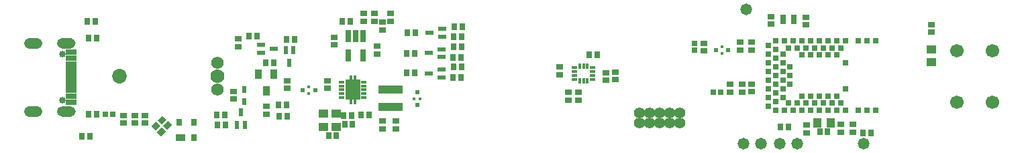
<source format=gbr>
G04 EAGLE Gerber RS-274X export*
G75*
%MOMM*%
%FSLAX34Y34*%
%LPD*%
%INSoldermask Top*%
%IPPOS*%
%AMOC8*
5,1,8,0,0,1.08239X$1,22.5*%
G01*
G04 Define Apertures*
%ADD10C,1.561200*%
%ADD11C,1.778200*%
%ADD12C,1.853200*%
%ADD13R,0.832300X0.763200*%
%ADD14R,0.763200X0.832300*%
%ADD15R,0.600000X0.600000*%
%ADD16R,0.400000X0.400000*%
%ADD17R,0.623200X0.843200*%
%ADD18C,1.421200*%
%ADD19R,0.803200X0.743200*%
%ADD20R,0.743200X0.803200*%
%ADD21R,3.015000X1.115000*%
%ADD22R,0.853200X1.303200*%
%ADD23R,1.103200X0.603200*%
%ADD24R,0.603200X1.103200*%
%ADD25R,0.738300X0.847200*%
%ADD26R,0.847200X0.738300*%
%ADD27R,1.001900X1.177100*%
%ADD28R,1.177100X1.001900*%
%ADD29C,1.701200*%
%ADD30C,1.473200*%
%ADD31R,0.703200X0.703200*%
%ADD32R,0.803200X1.303200*%
%ADD33R,0.803200X1.603200*%
%ADD34R,0.803200X0.443200*%
%ADD35R,1.853200X2.603200*%
%ADD36R,0.453200X0.703200*%
%ADD37C,0.853200*%
%ADD38R,1.353200X0.803200*%
%ADD39R,1.353200X0.503200*%
%ADD40C,1.346200*%
%ADD41R,0.710000X0.450000*%
%ADD42R,0.450000X0.710000*%
%ADD43R,1.203200X0.903200*%
%ADD44R,0.803200X0.903200*%
G36*
X44082Y49620D02*
X43966Y50800D01*
X44082Y51980D01*
X44426Y53115D01*
X44985Y54161D01*
X45738Y55078D01*
X46655Y55831D01*
X47701Y56390D01*
X48836Y56734D01*
X50014Y56850D01*
X61018Y56850D01*
X62196Y56734D01*
X63331Y56390D01*
X64377Y55831D01*
X65294Y55078D01*
X66047Y54161D01*
X66606Y53115D01*
X66950Y51980D01*
X67066Y50800D01*
X66950Y49620D01*
X66606Y48485D01*
X66047Y47439D01*
X65294Y46522D01*
X64377Y45769D01*
X63331Y45210D01*
X62196Y44866D01*
X61018Y44750D01*
X50014Y44750D01*
X48836Y44866D01*
X47701Y45210D01*
X46655Y45769D01*
X45738Y46522D01*
X44985Y47439D01*
X44426Y48485D01*
X44082Y49620D01*
G37*
G36*
X44082Y136020D02*
X43966Y137200D01*
X44082Y138380D01*
X44426Y139515D01*
X44985Y140561D01*
X45738Y141478D01*
X46655Y142231D01*
X47701Y142790D01*
X48836Y143134D01*
X50014Y143250D01*
X61018Y143250D01*
X62196Y143134D01*
X63331Y142790D01*
X64377Y142231D01*
X65294Y141478D01*
X66047Y140561D01*
X66606Y139515D01*
X66950Y138380D01*
X67066Y137200D01*
X66950Y136020D01*
X66606Y134885D01*
X66047Y133839D01*
X65294Y132922D01*
X64377Y132169D01*
X63331Y131610D01*
X62196Y131266D01*
X61018Y131150D01*
X50014Y131150D01*
X48836Y131266D01*
X47701Y131610D01*
X46655Y132169D01*
X45738Y132922D01*
X44985Y133839D01*
X44426Y134885D01*
X44082Y136020D01*
G37*
G36*
X3782Y49620D02*
X3666Y50800D01*
X3782Y51980D01*
X4126Y53115D01*
X4685Y54161D01*
X5438Y55078D01*
X6355Y55831D01*
X7401Y56390D01*
X8536Y56734D01*
X9714Y56850D01*
X17718Y56850D01*
X18896Y56734D01*
X20031Y56390D01*
X21077Y55831D01*
X21994Y55078D01*
X22747Y54161D01*
X23306Y53115D01*
X23650Y51980D01*
X23766Y50800D01*
X23650Y49620D01*
X23306Y48485D01*
X22747Y47439D01*
X21994Y46522D01*
X21077Y45769D01*
X20031Y45210D01*
X18896Y44866D01*
X17718Y44750D01*
X9714Y44750D01*
X8536Y44866D01*
X7401Y45210D01*
X6355Y45769D01*
X5438Y46522D01*
X4685Y47439D01*
X4126Y48485D01*
X3782Y49620D01*
G37*
G36*
X3782Y136020D02*
X3666Y137200D01*
X3782Y138380D01*
X4126Y139515D01*
X4685Y140561D01*
X5438Y141478D01*
X6355Y142231D01*
X7401Y142790D01*
X8536Y143134D01*
X9714Y143250D01*
X17718Y143250D01*
X18896Y143134D01*
X20031Y142790D01*
X21077Y142231D01*
X21994Y141478D01*
X22747Y140561D01*
X23306Y139515D01*
X23650Y138380D01*
X23766Y137200D01*
X23650Y136020D01*
X23306Y134885D01*
X22747Y133839D01*
X21994Y132922D01*
X21077Y132169D01*
X20031Y131610D01*
X18896Y131266D01*
X17718Y131150D01*
X9714Y131150D01*
X8536Y131266D01*
X7401Y131610D01*
X6355Y132169D01*
X5438Y132922D01*
X4685Y133839D01*
X4126Y134885D01*
X3782Y136020D01*
G37*
D10*
X245750Y112000D03*
D11*
X245750Y95000D03*
D10*
X245750Y78000D03*
D12*
X122750Y95000D03*
D13*
X988200Y160254D03*
X988200Y169946D03*
X944700Y161054D03*
X944700Y170746D03*
X905500Y138146D03*
X905500Y128454D03*
X454500Y28754D03*
X454500Y38446D03*
X471500Y28654D03*
X471500Y38346D03*
X893300Y85046D03*
X893300Y75354D03*
X266300Y66154D03*
X266300Y75846D03*
X334300Y89646D03*
X334300Y79954D03*
X919800Y138046D03*
X919800Y128354D03*
D14*
X1015946Y24700D03*
X1006254Y24700D03*
D13*
X141900Y35754D03*
X141900Y45446D03*
X384900Y89546D03*
X384900Y79854D03*
X127700Y35954D03*
X127700Y45646D03*
X919900Y85146D03*
X919900Y75454D03*
D15*
X874800Y128200D03*
X890800Y128200D03*
D16*
X882800Y124200D03*
X882800Y132200D03*
D13*
X860094Y137140D03*
X860094Y127448D03*
D14*
X1070646Y23000D03*
X1060954Y23000D03*
D13*
X908100Y84946D03*
X908100Y75254D03*
X154400Y35954D03*
X154400Y45646D03*
D15*
X353400Y77600D03*
X369400Y77600D03*
D16*
X361400Y73600D03*
X361400Y81600D03*
D15*
X498100Y58600D03*
X498100Y74600D03*
D16*
X502100Y66600D03*
X494100Y66600D03*
D17*
X280100Y78200D03*
X280100Y63200D03*
D18*
X829446Y48300D03*
X829446Y35600D03*
X816746Y48300D03*
X816746Y35600D03*
X804046Y48300D03*
X804046Y35600D03*
X791346Y48300D03*
X791346Y35600D03*
X778646Y48300D03*
X778646Y35600D03*
D19*
X847900Y127974D03*
X847900Y136614D03*
D20*
X880820Y74900D03*
X872180Y74900D03*
X105080Y46900D03*
X113720Y46900D03*
D21*
X464500Y78000D03*
X464500Y56000D03*
D22*
X317100Y97800D03*
X297900Y97800D03*
X307500Y76800D03*
D23*
X529000Y119500D03*
X529000Y129500D03*
X513000Y124500D03*
X530000Y145500D03*
X530000Y155500D03*
X514000Y150500D03*
X529000Y94000D03*
X529000Y104000D03*
X513000Y99000D03*
D24*
X270400Y33500D03*
X280400Y33500D03*
X275400Y49500D03*
X342100Y128000D03*
X332100Y128000D03*
X337100Y112000D03*
D23*
X301000Y135100D03*
X301000Y125100D03*
X317000Y130100D03*
D25*
X333975Y44100D03*
X323825Y44100D03*
X553075Y93900D03*
X542925Y93900D03*
X554075Y145400D03*
X543925Y145400D03*
D26*
X1047900Y23825D03*
X1047900Y33975D03*
X1032900Y24025D03*
X1032900Y34175D03*
X989200Y23225D03*
X989200Y33375D03*
D25*
X544825Y158000D03*
X554975Y158000D03*
X543825Y132500D03*
X553975Y132500D03*
X543825Y106900D03*
X553975Y106900D03*
X255175Y46100D03*
X245025Y46100D03*
X956325Y30900D03*
X966475Y30900D03*
D27*
X1003348Y35800D03*
X1019652Y35800D03*
D25*
X496075Y150700D03*
X485925Y150700D03*
X495075Y124400D03*
X484925Y124400D03*
X495075Y99200D03*
X484925Y99200D03*
X246225Y33600D03*
X256375Y33600D03*
X316975Y112300D03*
X306825Y112300D03*
D28*
X1146600Y129552D03*
X1146600Y113248D03*
D25*
G36*
X167826Y26484D02*
X162606Y31704D01*
X168596Y37694D01*
X173816Y32474D01*
X167826Y26484D01*
G37*
G36*
X175004Y19306D02*
X169784Y24526D01*
X175774Y30516D01*
X180994Y25296D01*
X175004Y19306D01*
G37*
X553075Y119400D03*
X542925Y119400D03*
G36*
X175808Y34484D02*
X170588Y39704D01*
X176578Y45694D01*
X181798Y40474D01*
X175808Y34484D01*
G37*
G36*
X182986Y27306D02*
X177766Y32526D01*
X183756Y38516D01*
X188976Y33296D01*
X182986Y27306D01*
G37*
D26*
X464200Y164525D03*
X464200Y174675D03*
D29*
X1224350Y62500D03*
X1224350Y127500D03*
X1179350Y62500D03*
X1179350Y127500D03*
D30*
X932200Y10000D03*
X955200Y9906D03*
X977200Y9906D03*
X913600Y180094D03*
X1061700Y10000D03*
X909700Y9906D03*
D31*
X1038500Y140000D03*
X1033000Y131000D03*
X1027500Y140000D03*
X1022000Y131000D03*
X1016500Y140000D03*
X1011000Y131000D03*
X1005500Y140000D03*
X1000000Y131000D03*
X994500Y140000D03*
X989000Y131000D03*
X983500Y140000D03*
X978000Y131000D03*
X972500Y140000D03*
X967000Y131000D03*
X961500Y140000D03*
X950500Y140000D03*
X950500Y129000D03*
X959500Y123500D03*
X950500Y118000D03*
X959500Y112500D03*
X950500Y107000D03*
X959500Y101500D03*
X950500Y96000D03*
X959500Y90500D03*
X950500Y85000D03*
X959500Y79500D03*
X950500Y74000D03*
X959500Y68500D03*
X950500Y63000D03*
X950500Y52000D03*
X961500Y52000D03*
X967000Y61000D03*
X972500Y52000D03*
X978000Y61000D03*
X983500Y52000D03*
X989000Y61000D03*
X994500Y52000D03*
X1000000Y61000D03*
X1005500Y52000D03*
X1011000Y61000D03*
X1016500Y52000D03*
X1022000Y61000D03*
X1027500Y52000D03*
X1033000Y61000D03*
X1038500Y52000D03*
X1038500Y79500D03*
X1038500Y112500D03*
X1027500Y122000D03*
X1016500Y122000D03*
X1005500Y122000D03*
X994500Y122000D03*
X983500Y122000D03*
X968500Y107000D03*
X968500Y96000D03*
X968500Y85000D03*
X983500Y70000D03*
X994500Y70000D03*
X1005500Y70000D03*
X1016500Y70000D03*
X1027500Y70000D03*
X941500Y134500D03*
X941500Y123500D03*
X941500Y112500D03*
X941500Y101500D03*
X941500Y90500D03*
X941500Y79500D03*
X941500Y68500D03*
X941500Y57500D03*
X1055000Y52000D03*
X1066000Y52000D03*
X1077000Y52000D03*
X1077000Y140000D03*
X1066000Y140000D03*
X1055000Y140000D03*
D32*
X959600Y167000D03*
X973600Y167000D03*
D26*
X448000Y123425D03*
X448000Y133575D03*
D14*
X413346Y165000D03*
X403654Y165000D03*
D13*
X393500Y134654D03*
X393500Y144346D03*
D33*
X430000Y146500D03*
X420500Y146500D03*
X411000Y146500D03*
X411000Y121500D03*
X430000Y121500D03*
D34*
X403000Y88000D03*
X403000Y83000D03*
X403000Y78000D03*
X403000Y73000D03*
X403000Y68000D03*
X431000Y68000D03*
X431000Y73000D03*
X431000Y78000D03*
X431000Y83000D03*
X431000Y88000D03*
D35*
X417000Y78000D03*
D36*
X414500Y63500D03*
X419500Y63500D03*
X419500Y92500D03*
X414500Y92500D03*
D14*
X406654Y34500D03*
X416346Y34500D03*
X386654Y20000D03*
X396346Y20000D03*
D28*
X396000Y47652D03*
X396000Y31348D03*
X379500Y31348D03*
X379500Y47652D03*
D26*
X444500Y164425D03*
X444500Y174575D03*
X431000Y174575D03*
X431000Y164425D03*
X454500Y153925D03*
X454500Y164075D03*
D25*
X322925Y59000D03*
X333075Y59000D03*
D37*
X50516Y65100D03*
X50516Y122900D03*
D38*
X61266Y126000D03*
X61266Y62000D03*
X61266Y118000D03*
X61266Y70000D03*
D39*
X61266Y91500D03*
X61266Y96500D03*
X61266Y86500D03*
X61266Y81500D03*
X61266Y76500D03*
X61266Y101500D03*
X61266Y106500D03*
X61266Y111500D03*
D40*
X60071Y137180D02*
X51181Y137180D01*
X51181Y50820D02*
X60071Y50820D01*
X18161Y137180D02*
X9271Y137180D01*
X9271Y50820D02*
X18161Y50820D01*
D25*
X93575Y47000D03*
X83425Y47000D03*
X93575Y143500D03*
X83425Y143500D03*
D41*
X696400Y101000D03*
X696400Y106000D03*
X696400Y96000D03*
X696400Y91000D03*
D42*
X708000Y89350D03*
X703000Y89350D03*
X713000Y89350D03*
D41*
X719600Y96000D03*
X719600Y91000D03*
X719600Y101000D03*
X719600Y106000D03*
D42*
X708000Y107650D03*
X713000Y107650D03*
X703000Y107650D03*
D13*
X702000Y65154D03*
X702000Y74846D03*
X688500Y74846D03*
X688500Y65154D03*
X748500Y100346D03*
X748500Y90654D03*
X736000Y90154D03*
X736000Y99846D03*
D25*
X296075Y146500D03*
X285925Y146500D03*
D26*
X272500Y132925D03*
X272500Y143075D03*
D25*
X332925Y142000D03*
X343075Y142000D03*
X404925Y45500D03*
X415075Y45500D03*
X426925Y46000D03*
X437075Y46000D03*
X714925Y122500D03*
X725075Y122500D03*
D26*
X678000Y96925D03*
X678000Y107075D03*
D43*
X199500Y17000D03*
D44*
X216500Y17000D03*
X216500Y37000D03*
X197500Y37000D03*
D13*
X1147000Y151154D03*
X1147000Y160846D03*
X308000Y47154D03*
X308000Y56846D03*
D14*
X85040Y19000D03*
X75348Y19000D03*
X82154Y165000D03*
X91846Y165000D03*
M02*

</source>
